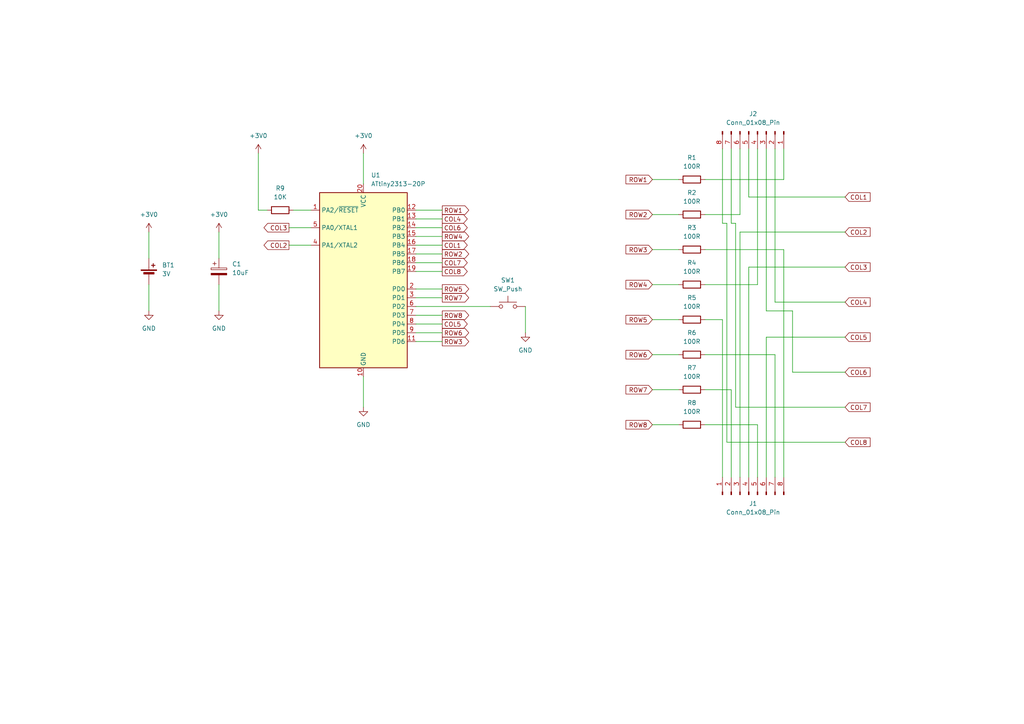
<source format=kicad_sch>
(kicad_sch (version 20230121) (generator eeschema)
  (paper "A4")
  (lib_symbols
    (symbol "Connector:Conn_01x08_Pin" (pin_names (offset 1.016) hide)
      (property "Reference" "J" (at 0 10.16 0))
      (property "Value" "Conn_01x08_Pin" (at 0 -12.7 0))
      (symbol "Conn_01x08_Pin_1_1"
        (polyline (pts (xy 1.27 -10.16) (xy 0.8636 -10.16)) (stroke (width 0.1524)))
        (polyline (pts (xy 1.27 -7.62) (xy 0.8636 -7.62)) (stroke (width 0.1524)))
        (polyline (pts (xy 1.27 -5.08) (xy 0.8636 -5.08)) (stroke (width 0.1524)))
        (polyline (pts (xy 1.27 -2.54) (xy 0.8636 -2.54)) (stroke (width 0.1524)))
        (polyline (pts (xy 1.27 0) (xy 0.8636 0)) (stroke (width 0.1524)))
        (polyline (pts (xy 1.27 2.54) (xy 0.8636 2.54)) (stroke (width 0.1524)))
        (polyline (pts (xy 1.27 5.08) (xy 0.8636 5.08)) (stroke (width 0.1524)))
        (polyline (pts (xy 1.27 7.62) (xy 0.8636 7.62)) (stroke (width 0.1524)))
        (rectangle (start 0.8636 -10.033) (end 0 -10.287) (stroke (width 0.1524)) (fill (type outline)))
        (rectangle (start 0.8636 -7.493) (end 0 -7.747) (stroke (width 0.1524)) (fill (type outline)))
        (rectangle (start 0.8636 -4.953) (end 0 -5.207) (stroke (width 0.1524)) (fill (type outline)))
        (rectangle (start 0.8636 -2.413) (end 0 -2.667) (stroke (width 0.1524)) (fill (type outline)))
        (rectangle (start 0.8636 0.127) (end 0 -0.127) (stroke (width 0.1524)) (fill (type outline)))
        (rectangle (start 0.8636 2.667) (end 0 2.413) (stroke (width 0.1524)) (fill (type outline)))
        (rectangle (start 0.8636 5.207) (end 0 4.953) (stroke (width 0.1524)) (fill (type outline)))
        (rectangle (start 0.8636 7.747) (end 0 7.493) (stroke (width 0.1524)) (fill (type outline)))
        (pin passive line (at 5.08 7.62 180) (length 3.81) (name "Pin_1") (number "1"))
        (pin passive line (at 5.08 5.08 180) (length 3.81) (name "Pin_2") (number "2"))
        (pin passive line (at 5.08 2.54 180) (length 3.81) (name "Pin_3") (number "3"))
        (pin passive line (at 5.08 0 180) (length 3.81) (name "Pin_4") (number "4"))
        (pin passive line (at 5.08 -2.54 180) (length 3.81) (name "Pin_5") (number "5"))
        (pin passive line (at 5.08 -5.08 180) (length 3.81) (name "Pin_6") (number "6"))
        (pin passive line (at 5.08 -7.62 180) (length 3.81) (name "Pin_7") (number "7"))
        (pin passive line (at 5.08 -10.16 180) (length 3.81) (name "Pin_8") (number "8"))
      )
    )
    (symbol "Device:Battery_Cell" (pin_numbers hide) (pin_names (offset 0) hide)
      (property "Reference" "BT" (at 2.54 2.54 0))
      (property "Value" "Battery_Cell" (at 2.54 0 0))
      (symbol "Battery_Cell_0_1"
        (rectangle (start -2.286 1.778) (end 2.286 1.524) (fill (type outline)))
        (rectangle (start -1.524 1.016) (end 1.524 0.508) (fill (type outline)))
        (polyline (pts (xy 0 0.762) (xy 0 0)))
        (polyline (pts (xy 0 1.778) (xy 0 2.54)))
        (polyline (pts (xy 0.762 3.048) (xy 1.778 3.048)) (stroke (width 0.254)))
        (polyline (pts (xy 1.27 3.556) (xy 1.27 2.54)) (stroke (width 0.254)))
      )
      (symbol "Battery_Cell_1_1"
        (pin passive line (at 0 5.08 270) (length 2.54) (name "+") (number "1"))
        (pin passive line (at 0 -2.54 90) (length 2.54) (name "-") (number "2"))
      )
    )
    (symbol "Device:C_Polarized" (pin_numbers hide) (pin_names (offset 0.254))
      (property "Reference" "C" (at 0.635 2.54 0))
      (property "Value" "C_Polarized" (at 0.635 -2.54 0))
      (symbol "C_Polarized_0_1"
        (rectangle (start -2.286 0.508) (end 2.286 1.016))
        (polyline (pts (xy -1.778 2.286) (xy -0.762 2.286)))
        (polyline (pts (xy -1.27 2.794) (xy -1.27 1.778)))
        (rectangle (start 2.286 -0.508) (end -2.286 -1.016) (fill (type outline)))
      )
      (symbol "C_Polarized_1_1"
        (pin passive line (at 0 3.81 270) (length 2.794) (name "~") (number "1"))
        (pin passive line (at 0 -3.81 90) (length 2.794) (name "~") (number "2"))
      )
    )
    (symbol "Device:R" (pin_numbers hide) (pin_names (offset 0))
      (property "Reference" "R" (at 2.032 0 90))
      (property "Value" "R" (at 0 0 90))
      (symbol "R_0_1"
        (rectangle (start -1.016 -2.54) (end 1.016 2.54) (stroke (width 0.254)))
      )
      (symbol "R_1_1"
        (pin passive line (at 0 3.81 270) (length 1.27) (name "~") (number "1"))
        (pin passive line (at 0 -3.81 90) (length 1.27) (name "~") (number "2"))
      )
    )
    (symbol "MCU_Microchip_ATtiny:ATtiny2313-20P"
      (property "Reference" "U" (at -12.7 26.67 0))
      (property "Value" "ATtiny2313-20P" (at 2.54 -26.67 0))
      (symbol "ATtiny2313-20P_0_1"
        (rectangle (start -12.7 -25.4) (end 12.7 25.4) (stroke (width 0.254)) (fill (type background)))
      )
      (symbol "ATtiny2313-20P_1_1"
        (pin bidirectional line (at -15.24 20.32 0) (length 2.54) (name "PA2/~{RESET}") (number "1"))
        (pin power_in line (at 0 -27.94 90) (length 2.54) (name "GND") (number "10"))
        (pin bidirectional line (at 15.24 -17.78 180) (length 2.54) (name "PD6") (number "11"))
        (pin bidirectional line (at 15.24 20.32 180) (length 2.54) (name "PB0") (number "12"))
        (pin bidirectional line (at 15.24 17.78 180) (length 2.54) (name "PB1") (number "13"))
        (pin bidirectional line (at 15.24 15.24 180) (length 2.54) (name "PB2") (number "14"))
        (pin bidirectional line (at 15.24 12.7 180) (length 2.54) (name "PB3") (number "15"))
        (pin bidirectional line (at 15.24 10.16 180) (length 2.54) (name "PB4") (number "16"))
        (pin bidirectional line (at 15.24 7.62 180) (length 2.54) (name "PB5") (number "17"))
        (pin bidirectional line (at 15.24 5.08 180) (length 2.54) (name "PB6") (number "18"))
        (pin bidirectional line (at 15.24 2.54 180) (length 2.54) (name "PB7") (number "19"))
        (pin bidirectional line (at 15.24 -2.54 180) (length 2.54) (name "PD0") (number "2"))
        (pin power_in line (at 0 27.94 270) (length 2.54) (name "VCC") (number "20"))
        (pin bidirectional line (at 15.24 -5.08 180) (length 2.54) (name "PD1") (number "3"))
        (pin bidirectional line (at -15.24 10.16 0) (length 2.54) (name "PA1/XTAL2") (number "4"))
        (pin bidirectional line (at -15.24 15.24 0) (length 2.54) (name "PA0/XTAL1") (number "5"))
        (pin bidirectional line (at 15.24 -7.62 180) (length 2.54) (name "PD2") (number "6"))
        (pin bidirectional line (at 15.24 -10.16 180) (length 2.54) (name "PD3") (number "7"))
        (pin bidirectional line (at 15.24 -12.7 180) (length 2.54) (name "PD4") (number "8"))
        (pin bidirectional line (at 15.24 -15.24 180) (length 2.54) (name "PD5") (number "9"))
      )
    )
    (symbol "Switch:SW_Push" (pin_numbers hide) (pin_names (offset 1.016) hide)
      (property "Reference" "SW" (at 1.27 2.54 0))
      (property "Value" "SW_Push" (at 0 -1.524 0))
      (symbol "SW_Push_0_1"
        (circle (center -2.032 0) (radius 0.508))
        (polyline (pts (xy 0 1.27) (xy 0 3.048)))
        (polyline (pts (xy 2.54 1.27) (xy -2.54 1.27)))
        (circle (center 2.032 0) (radius 0.508))
        (pin passive line (at -5.08 0 0) (length 2.54) (name "1") (number "1"))
        (pin passive line (at 5.08 0 180) (length 2.54) (name "2") (number "2"))
      )
    )
    (symbol "power:+3V0" (power) (pin_names (offset 0))
      (property "Value" "+3V0" (at 0 3.556 0))
      (symbol "+3V0_0_1"
        (polyline (pts (xy -0.762 1.27) (xy 0 2.54)))
        (polyline (pts (xy 0 0) (xy 0 2.54)))
        (polyline (pts (xy 0 2.54) (xy 0.762 1.27)))
      )
      (symbol "+3V0_1_1"
        (pin power_in line (at 0 0 90) (length 0) hide (name "+3V0") (number "1"))
      )
    )
    (symbol "power:GND" (power) (pin_names (offset 0))
      (property "Value" "GND" (at 0 -3.81 0))
      (symbol "GND_0_1"
        (polyline (pts (xy 0 0) (xy 0 -1.27) (xy 1.27 -1.27) (xy 0 -2.54) (xy -1.27 -1.27) (xy 0 -1.27)))
      )
      (symbol "GND_1_1"
        (pin power_in line (at 0 0 270) (length 0) hide (name "GND") (number "1"))
      )
    )
  )
  (wire (pts (xy 189.23 82.55) (xy 196.85 82.55)))
  (wire (pts (xy 189.23 72.39) (xy 196.85 72.39)))
  (wire (pts (xy 63.5 67.31) (xy 63.5 74.93)))
  (wire (pts (xy 74.93 60.96) (xy 77.47 60.96)))
  (wire (pts (xy 245.11 77.47) (xy 217.17 77.47)))
  (wire (pts (xy 120.65 60.96) (xy 128.27 60.96)))
  (wire (pts (xy 210.82 64.77) (xy 209.55 64.77)))
  (wire (pts (xy 83.82 66.04) (xy 90.17 66.04)))
  (wire (pts (xy 204.47 62.23) (xy 214.63 62.23)))
  (wire (pts (xy 245.11 107.95) (xy 229.87 107.95)))
  (wire (pts (xy 224.79 102.87) (xy 224.79 138.43)))
  (wire (pts (xy 85.09 60.96) (xy 90.17 60.96)))
  (wire (pts (xy 189.23 62.23) (xy 196.85 62.23)))
  (wire (pts (xy 120.65 78.74) (xy 128.27 78.74)))
  (wire (pts (xy 189.23 52.07) (xy 196.85 52.07)))
  (wire (pts (xy 43.18 67.31) (xy 43.18 74.93)))
  (wire (pts (xy 209.55 92.71) (xy 209.55 138.43)))
  (wire (pts (xy 217.17 43.18) (xy 217.17 57.15)))
  (wire (pts (xy 43.18 82.55) (xy 43.18 90.17)))
  (wire (pts (xy 204.47 113.03) (xy 212.09 113.03)))
  (wire (pts (xy 227.33 52.07) (xy 204.47 52.07)))
  (wire (pts (xy 245.11 128.27) (xy 210.82 128.27)))
  (wire (pts (xy 213.36 64.77) (xy 212.09 64.77)))
  (wire (pts (xy 120.65 99.06) (xy 128.27 99.06)))
  (wire (pts (xy 63.5 82.55) (xy 63.5 90.17)))
  (wire (pts (xy 74.93 44.45) (xy 74.93 60.96)))
  (wire (pts (xy 189.23 102.87) (xy 196.85 102.87)))
  (wire (pts (xy 120.65 96.52) (xy 128.27 96.52)))
  (wire (pts (xy 105.41 109.22) (xy 105.41 118.11)))
  (wire (pts (xy 120.65 88.9) (xy 142.24 88.9)))
  (wire (pts (xy 224.79 87.63) (xy 224.79 43.18)))
  (wire (pts (xy 120.65 76.2) (xy 128.27 76.2)))
  (wire (pts (xy 120.65 91.44) (xy 128.27 91.44)))
  (wire (pts (xy 120.65 83.82) (xy 128.27 83.82)))
  (wire (pts (xy 222.25 97.79) (xy 222.25 138.43)))
  (wire (pts (xy 245.11 87.63) (xy 224.79 87.63)))
  (wire (pts (xy 245.11 118.11) (xy 213.36 118.11)))
  (wire (pts (xy 214.63 67.31) (xy 214.63 138.43)))
  (wire (pts (xy 204.47 72.39) (xy 227.33 72.39)))
  (wire (pts (xy 229.87 90.17) (xy 222.25 90.17)))
  (wire (pts (xy 120.65 93.98) (xy 128.27 93.98)))
  (wire (pts (xy 217.17 77.47) (xy 217.17 138.43)))
  (wire (pts (xy 245.11 97.79) (xy 222.25 97.79)))
  (wire (pts (xy 229.87 107.95) (xy 229.87 90.17)))
  (wire (pts (xy 152.4 88.9) (xy 152.4 96.52)))
  (wire (pts (xy 227.33 72.39) (xy 227.33 138.43)))
  (wire (pts (xy 227.33 43.18) (xy 227.33 52.07)))
  (wire (pts (xy 189.23 123.19) (xy 196.85 123.19)))
  (wire (pts (xy 105.41 44.45) (xy 105.41 53.34)))
  (wire (pts (xy 219.71 82.55) (xy 219.71 43.18)))
  (wire (pts (xy 210.82 128.27) (xy 210.82 64.77)))
  (wire (pts (xy 222.25 43.18) (xy 222.25 90.17)))
  (wire (pts (xy 120.65 86.36) (xy 128.27 86.36)))
  (wire (pts (xy 212.09 64.77) (xy 212.09 43.18)))
  (wire (pts (xy 245.11 67.31) (xy 214.63 67.31)))
  (wire (pts (xy 120.65 73.66) (xy 128.27 73.66)))
  (wire (pts (xy 120.65 63.5) (xy 128.27 63.5)))
  (wire (pts (xy 204.47 92.71) (xy 209.55 92.71)))
  (wire (pts (xy 204.47 102.87) (xy 224.79 102.87)))
  (wire (pts (xy 209.55 64.77) (xy 209.55 43.18)))
  (wire (pts (xy 189.23 113.03) (xy 196.85 113.03)))
  (wire (pts (xy 120.65 68.58) (xy 128.27 68.58)))
  (wire (pts (xy 213.36 118.11) (xy 213.36 64.77)))
  (wire (pts (xy 83.82 71.12) (xy 90.17 71.12)))
  (wire (pts (xy 120.65 66.04) (xy 128.27 66.04)))
  (wire (pts (xy 212.09 113.03) (xy 212.09 138.43)))
  (wire (pts (xy 189.23 92.71) (xy 196.85 92.71)))
  (wire (pts (xy 120.65 71.12) (xy 128.27 71.12)))
  (wire (pts (xy 219.71 123.19) (xy 219.71 138.43)))
  (wire (pts (xy 204.47 123.19) (xy 219.71 123.19)))
  (wire (pts (xy 214.63 62.23) (xy 214.63 43.18)))
  (wire (pts (xy 245.11 57.15) (xy 217.17 57.15)))
  (wire (pts (xy 204.47 82.55) (xy 219.71 82.55)))
  (global_label "COL3" (shape output) (at 83.82 66.04 180) (property "Intersheetrefs" "${INTERSHEET_REFS}" (effects hide)))
  (global_label "ROW3" (shape input) (at 189.23 72.39 180) (property "Intersheetrefs" "${INTERSHEET_REFS}" (effects hide)))
  (global_label "COL8" (shape input) (at 245.11 128.27 0) (property "Intersheetrefs" "${INTERSHEET_REFS}" (effects hide)))
  (global_label "ROW7" (shape output) (at 128.27 86.36 0) (property "Intersheetrefs" "${INTERSHEET_REFS}" (effects hide)))
  (global_label "COL4" (shape input) (at 245.11 87.63 0) (property "Intersheetrefs" "${INTERSHEET_REFS}" (effects hide)))
  (global_label "COL4" (shape output) (at 128.27 63.5 0) (property "Intersheetrefs" "${INTERSHEET_REFS}" (effects hide)))
  (global_label "COL7" (shape output) (at 128.27 76.2 0) (property "Intersheetrefs" "${INTERSHEET_REFS}" (effects hide)))
  (global_label "ROW1" (shape input) (at 189.23 52.07 180) (property "Intersheetrefs" "${INTERSHEET_REFS}" (effects hide)))
  (global_label "COL3" (shape input) (at 245.11 77.47 0) (property "Intersheetrefs" "${INTERSHEET_REFS}" (effects hide)))
  (global_label "ROW1" (shape output) (at 128.27 60.96 0) (property "Intersheetrefs" "${INTERSHEET_REFS}" (effects hide)))
  (global_label "COL8" (shape output) (at 128.27 78.74 0) (property "Intersheetrefs" "${INTERSHEET_REFS}" (effects hide)))
  (global_label "COL2" (shape input) (at 245.11 67.31 0) (property "Intersheetrefs" "${INTERSHEET_REFS}" (effects hide)))
  (global_label "COL6" (shape output) (at 128.27 66.04 0) (property "Intersheetrefs" "${INTERSHEET_REFS}" (effects hide)))
  (global_label "ROW4" (shape input) (at 189.23 82.55 180) (property "Intersheetrefs" "${INTERSHEET_REFS}" (effects hide)))
  (global_label "COL5" (shape output) (at 128.27 93.98 0) (property "Intersheetrefs" "${INTERSHEET_REFS}" (effects hide)))
  (global_label "COL6" (shape input) (at 245.11 107.95 0) (property "Intersheetrefs" "${INTERSHEET_REFS}" (effects hide)))
  (global_label "COL5" (shape input) (at 245.11 97.79 0) (property "Intersheetrefs" "${INTERSHEET_REFS}" (effects hide)))
  (global_label "ROW7" (shape input) (at 189.23 113.03 180) (property "Intersheetrefs" "${INTERSHEET_REFS}" (effects hide)))
  (global_label "ROW6" (shape input) (at 189.23 102.87 180) (property "Intersheetrefs" "${INTERSHEET_REFS}" (effects hide)))
  (global_label "COL2" (shape output) (at 83.82 71.12 180) (property "Intersheetrefs" "${INTERSHEET_REFS}" (effects hide)))
  (global_label "ROW3" (shape output) (at 128.27 99.06 0) (property "Intersheetrefs" "${INTERSHEET_REFS}" (effects hide)))
  (global_label "COL7" (shape input) (at 245.11 118.11 0) (property "Intersheetrefs" "${INTERSHEET_REFS}" (effects hide)))
  (global_label "ROW2" (shape output) (at 128.27 73.66 0) (property "Intersheetrefs" "${INTERSHEET_REFS}" (effects hide)))
  (global_label "ROW8" (shape output) (at 128.27 91.44 0) (property "Intersheetrefs" "${INTERSHEET_REFS}" (effects hide)))
  (global_label "ROW5" (shape input) (at 189.23 92.71 180) (property "Intersheetrefs" "${INTERSHEET_REFS}" (effects hide)))
  (global_label "ROW6" (shape output) (at 128.27 96.52 0) (property "Intersheetrefs" "${INTERSHEET_REFS}" (effects hide)))
  (global_label "ROW8" (shape input) (at 189.23 123.19 180) (property "Intersheetrefs" "${INTERSHEET_REFS}" (effects hide)))
  (global_label "COL1" (shape output) (at 128.27 71.12 0) (property "Intersheetrefs" "${INTERSHEET_REFS}" (effects hide)))
  (global_label "COL1" (shape input) (at 245.11 57.15 0) (property "Intersheetrefs" "${INTERSHEET_REFS}" (effects hide)))
  (global_label "ROW2" (shape input) (at 189.23 62.23 180) (property "Intersheetrefs" "${INTERSHEET_REFS}" (effects hide)))
  (global_label "ROW5" (shape output) (at 128.27 83.82 0) (property "Intersheetrefs" "${INTERSHEET_REFS}" (effects hide)))
  (global_label "ROW4" (shape output) (at 128.27 68.58 0) (property "Intersheetrefs" "${INTERSHEET_REFS}" (effects hide)))
  (symbol (lib_id "power:GND") (at 43.18 90.17 0) (unit 1)
    (property "Reference" "#PWR02" (effects hide))
    (property "Value" "GND" (at 43.18 95.25 0))
  )
  (symbol (lib_id "power:+3V0") (at 74.93 44.45 0) (unit 1)
    (property "Reference" "#PWR08" (effects hide))
    (property "Value" "+3V0" (at 74.93 39.37 0))
  )
  (symbol (lib_id "power:GND") (at 105.41 118.11 0) (unit 1)
    (property "Reference" "#PWR03" (effects hide))
    (property "Value" "GND" (at 105.41 123.19 0))
  )
  (symbol (lib_id "Device:R") (at 200.66 52.07 270) (unit 1)
    (property "Reference" "R1" (at 200.66 45.72 90))
    (property "Value" "100R" (at 200.66 48.26 90))
    (property "Footprint" "Resistor_THT:R_Axial_DIN0204_L3.6mm_D1.6mm_P1.90mm_Vertical" (effects hide))
  )
  (symbol (lib_id "Device:R") (at 200.66 92.71 270) (unit 1)
    (property "Reference" "R5" (at 200.66 86.36 90))
    (property "Value" "100R" (at 200.66 88.9 90))
    (property "Footprint" "Resistor_THT:R_Axial_DIN0204_L3.6mm_D1.6mm_P1.90mm_Vertical" (effects hide))
  )
  (symbol (lib_id "power:+3V0") (at 43.18 67.31 0) (unit 1)
    (property "Reference" "#PWR06" (effects hide))
    (property "Value" "+3V0" (at 43.18 62.23 0))
  )
  (symbol (lib_id "power:+3V0") (at 105.41 44.45 0) (unit 1)
    (property "Reference" "#PWR05" (effects hide))
    (property "Value" "+3V0" (at 105.41 39.37 0))
  )
  (symbol (lib_id "Device:R") (at 200.66 102.87 270) (unit 1)
    (property "Reference" "R6" (at 200.66 96.52 90))
    (property "Value" "100R" (at 200.66 99.06 90))
    (property "Footprint" "Resistor_THT:R_Axial_DIN0204_L3.6mm_D1.6mm_P1.90mm_Vertical" (effects hide))
  )
  (symbol (lib_id "MCU_Microchip_ATtiny:ATtiny2313-20P") (at 105.41 81.28 0) (unit 1)
    (property "Reference" "U1" (at 107.6041 50.8 0) (effects (justify left)))
    (property "Value" "ATtiny2313-20P" (at 107.6041 53.34 0) (effects (justify left)))
    (property "Footprint" "Package_DIP:DIP-20_W7.62mm" (effects hide))
    (property "Datasheet" "http://ww1.microchip.com/downloads/en/DeviceDoc/Atmel-2543-AVR-ATtiny2313_Datasheet.pdf" (effects hide))
  )
  (symbol (lib_id "Device:R") (at 200.66 62.23 270) (unit 1)
    (property "Reference" "R2" (at 200.66 55.88 90))
    (property "Value" "100R" (at 200.66 58.42 90))
    (property "Footprint" "Resistor_THT:R_Axial_DIN0204_L3.6mm_D1.6mm_P1.90mm_Vertical" (effects hide))
  )
  (symbol (lib_id "Device:Battery_Cell") (at 43.18 80.01 0) (unit 1)
    (property "Reference" "BT1" (at 46.99 76.8985 0) (effects (justify left)))
    (property "Value" "3V" (at 46.99 79.4385 0) (effects (justify left)))
    (property "Footprint" "Battery:BatteryHolder_Keystone_107_1x23mm" (effects hide))
  )
  (symbol (lib_id "Device:R") (at 200.66 113.03 270) (unit 1)
    (property "Reference" "R7" (at 200.66 106.68 90))
    (property "Value" "100R" (at 200.66 109.22 90))
    (property "Footprint" "Resistor_THT:R_Axial_DIN0204_L3.6mm_D1.6mm_P1.90mm_Vertical" (effects hide))
  )
  (symbol (lib_id "Device:R") (at 200.66 72.39 270) (unit 1)
    (property "Reference" "R3" (at 200.66 66.04 90))
    (property "Value" "100R" (at 200.66 68.58 90))
    (property "Footprint" "Resistor_THT:R_Axial_DIN0204_L3.6mm_D1.6mm_P1.90mm_Vertical" (effects hide))
  )
  (symbol (lib_id "Device:R") (at 200.66 123.19 270) (unit 1)
    (property "Reference" "R8" (at 200.66 116.84 90))
    (property "Value" "100R" (at 200.66 119.38 90))
    (property "Footprint" "Resistor_THT:R_Axial_DIN0204_L3.6mm_D1.6mm_P1.90mm_Vertical" (effects hide))
  )
  (symbol (lib_id "Device:C_Polarized") (at 63.5 78.74 0) (unit 1)
    (property "Reference" "C1" (at 67.31 76.581 0) (effects (justify left)))
    (property "Value" "10uF" (at 67.31 79.121 0) (effects (justify left)))
    (property "Footprint" "Capacitor_THT:CP_Radial_D4.0mm_P1.50mm" (effects hide))
  )
  (symbol (lib_id "Device:R") (at 81.28 60.96 90) (unit 1)
    (property "Reference" "R9" (at 81.28 54.61 90))
    (property "Value" "10K" (at 81.28 57.15 90))
    (property "Footprint" "Resistor_THT:R_Axial_DIN0204_L3.6mm_D1.6mm_P1.90mm_Vertical" (effects hide))
  )
  (symbol (lib_id "Switch:SW_Push") (at 147.32 88.9 0) (unit 1)
    (property "Reference" "SW1" (at 147.32 81.28 0))
    (property "Value" "SW_Push" (at 147.32 83.82 0))
    (property "Footprint" "Button_Switch_THT:SW_PUSH-12mm" (effects hide))
  )
  (symbol (lib_id "Device:R") (at 200.66 82.55 270) (unit 1)
    (property "Reference" "R4" (at 200.66 76.2 90))
    (property "Value" "100R" (at 200.66 78.74 90))
    (property "Footprint" "Resistor_THT:R_Axial_DIN0204_L3.6mm_D1.6mm_P1.90mm_Vertical" (effects hide))
  )
  (symbol (lib_id "power:GND") (at 152.4 96.52 0) (unit 1)
    (property "Reference" "#PWR04" (effects hide))
    (property "Value" "GND" (at 152.4 101.6 0))
  )
  (symbol (lib_id "power:GND") (at 63.5 90.17 0) (unit 1)
    (property "Reference" "#PWR01" (effects hide))
    (property "Value" "GND" (at 63.5 95.25 0))
  )
  (symbol (lib_id "power:+3V0") (at 63.5 67.31 0) (unit 1)
    (property "Reference" "#PWR07" (effects hide))
    (property "Value" "+3V0" (at 63.5 62.23 0))
  )
  (symbol (lib_id "Connector:Conn_01x08_Pin") (at 217.17 143.51 90) (unit 1)
    (property "Reference" "J1" (at 218.44 146.05 90))
    (property "Value" "Conn_01x08_Pin" (at 218.44 148.59 90))
    (property "Footprint" "Connector_PinSocket_2.54mm:PinSocket_1x08_P2.54mm_Vertical" (effects hide))
  )
  (symbol (lib_id "Connector:Conn_01x08_Pin") (at 219.71 38.1 270) (unit 1)
    (property "Reference" "J2" (at 218.44 33.02 90))
    (property "Value" "Conn_01x08_Pin" (at 218.44 35.56 90))
    (property "Footprint" "Connector_PinSocket_2.54mm:PinSocket_1x08_P2.54mm_Vertical" (effects hide))
  )
)
</source>
